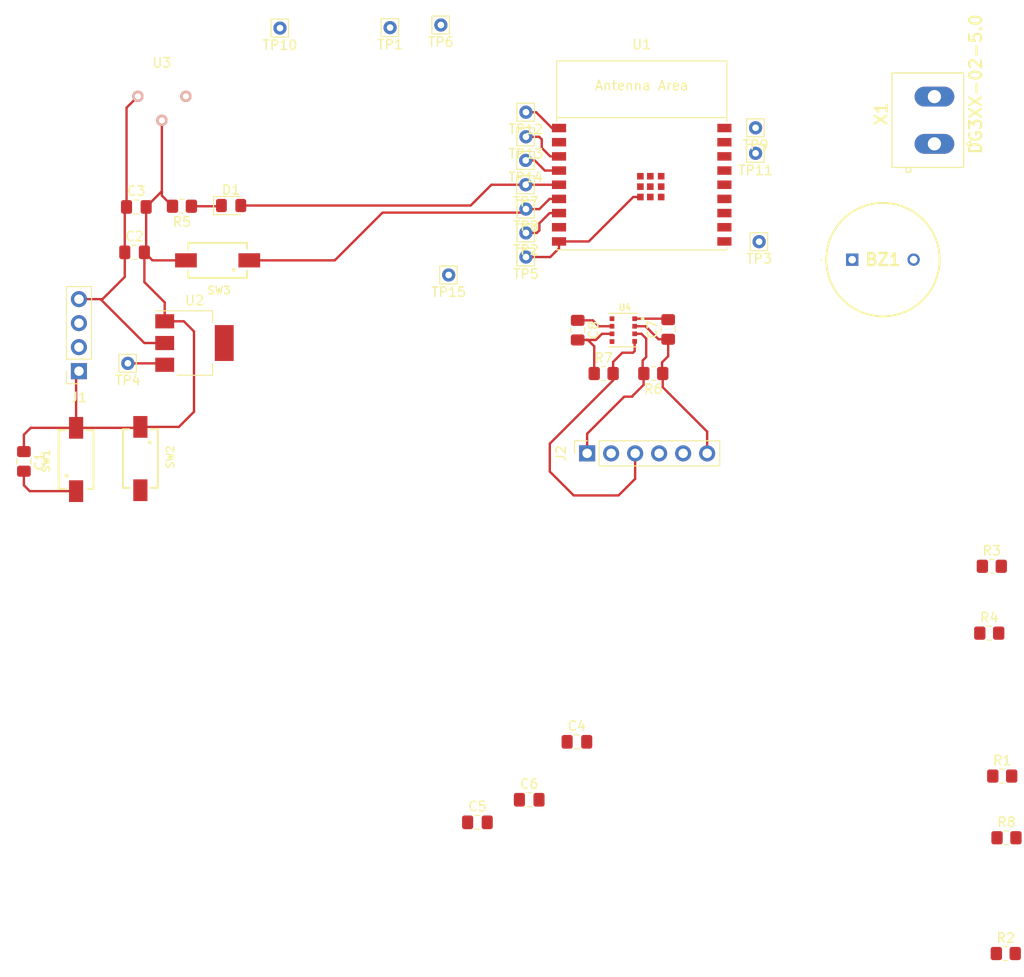
<source format=kicad_pcb>
(kicad_pcb (version 20211014) (generator pcbnew)
  (layers (0 "F.Cu" signal) (31 "B.Cu" signal) (34 "B.Paste" user) (35 "F.Paste" user) (36 "B.SilkS" user "B.Silkscreen") (37 "F.SilkS" user "F.Silkscreen") (38 "B.Mask" user) (39 "F.Mask" user) (44 "Edge.Cuts" user))
  (net 0 "")
  (net 1 "buzzer+")
  (net 2 "GND")
  (net 3 "Net-(C1-Pad2)")
  (net 4 "3.3")
  (net 5 "+ suply ")
  (net 6 "test button")
  (net 7 "Net-(D1-Pad1)")
  (net 8 "test led")
  (net 9 "TX")
  (net 10 "RX")
  (net 11 "SDA")
  (net 13 "SCL")
  (net 15 "batterij level")
  (net 16 "INT PIR")
  (net 17 "Net-(SW2-Pad2)")
  (net 18 "Net-(TP2-Pad1)")
  (net 19 "Net-(TP3-Pad1)")
  (footprint "Connector_Pin:Pin_D0.7mm_L6.5mm_W1.8mm_FlatFork" (layer "F.Cu") (at 141.275 75.825)
    (fp_text reference "TP5" (at 0 1.8) (layer "F.SilkS"))
    (fp_text value "TestPoint")
    (fp_line (start -0.95 0.95) (end 0.9 0.95) (layer "F.SilkS") (width 0.12))
    (fp_line (start 0.9 -0.95) (end -0.95 -0.95) (layer "F.SilkS") (width 0.12))
    (fp_line (start 0.9 -0.9) (end 0.9 -0.95) (layer "F.SilkS") (width 0.12))
    (fp_line (start -0.95 -0.95) (end -0.95 0.95) (layer "F.SilkS") (width 0.12))
    (fp_line (start 0.9 0.95) (end 0.9 -0.9) (layer "F.SilkS") (width 0.12))
    (pad "1" thru_hole circle (at 0 0) (size 1.4 1.4) (drill 0.7) (layers *.Cu *.Mask) (net 2 "GND"))
  )
  (footprint "Connector_Pin:Pin_D0.7mm_L6.5mm_W1.8mm_FlatFork" (layer "F.Cu") (at 141.275 63.1)
    (fp_text reference "TP13" (at 0 1.8) (layer "F.SilkS"))
    (fp_text value "TestPoint")
    (fp_line (start 0.9 -0.9) (end 0.9 -0.95) (layer "F.SilkS") (width 0.12))
    (fp_line (start 0.9 -0.95) (end -0.95 -0.95) (layer "F.SilkS") (width 0.12))
    (fp_line (start -0.95 -0.95) (end -0.95 0.95) (layer "F.SilkS") (width 0.12))
    (fp_line (start 0.9 0.95) (end 0.9 -0.9) (layer "F.SilkS") (width 0.12))
    (fp_line (start -0.95 0.95) (end 0.9 0.95) (layer "F.SilkS") (width 0.12))
    (pad "1" thru_hole circle (at 0 0) (size 1.4 1.4) (drill 0.7) (layers *.Cu *.Mask) (net 1 "buzzer+"))
  )
  (footprint "esp:ESP32-C3-WROOM-02" (layer "F.Cu") (at 153.525 66.325)
    (fp_text reference "U1" (at 0 -13) (layer "F.SilkS"))
    (fp_text value "ESP32-C3-WROOM-02")
    (fp_text user "Antenna Area" (at 0 -8.65) (layer "F.SilkS"))
    (fp_line (start 9 -11.25) (end 9 -4.75) (layer "F.SilkS") (width 0.12))
    (fp_line (start 9 8.75) (end -9 8.75) (layer "F.SilkS") (width 0.12))
    (fp_line (start 9 -5.25) (end -8.95 -5.25) (layer "F.SilkS") (width 0.12))
    (fp_line (start -9 8.75) (end -9 8.5) (layer "F.SilkS") (width 0.12))
    (fp_line (start -9 -11.25) (end 9 -11.25) (layer "F.SilkS") (width 0.12))
    (fp_line (start 9 8.5) (end 9 8.75) (layer "F.SilkS") (width 0.12))
    (fp_line (start -9 -11.25) (end -9 -4.75) (layer "F.SilkS") (width 0.12))
    (pad "1" smd rect locked (at -8.75 -4.15) (size 1.5 0.9) (layers "F.Cu" "F.Paste" "F.Mask") (net 4 "3.3"))
    (pad "2" smd rect locked (at -8.75 -2.65) (size 1.5 0.9) (layers "F.Cu" "F.Paste" "F.Mask") (net 3 "Net-(C1-Pad2)"))
    (pad "3" smd rect locked (at -8.75 -1.15) (size 1.5 0.9) (layers "F.Cu" "F.Paste" "F.Mask") (net 1 "buzzer+"))
    (pad "4" smd rect locked (at -8.75 0.35) (size 1.5 0.9) (layers "F.Cu" "F.Paste" "F.Mask") (net 16 "INT PIR"))
    (pad "5" smd rect locked (at -8.75 1.85) (size 1.5 0.9) (layers "F.Cu" "F.Paste" "F.Mask") (net 8 "test led"))
    (pad "6" smd rect locked (at -8.75 3.35) (size 1.5 0.9) (layers "F.Cu" "F.Paste" "F.Mask") (net 6 "test button"))
    (pad "7" smd rect locked (at -8.75 4.85) (size 1.5 0.9) (layers "F.Cu" "F.Paste" "F.Mask") (net 18 "Net-(TP2-Pad1)"))
    (pad "8" smd rect locked (at -8.75 6.35) (size 1.5 0.9) (layers "F.Cu" "F.Paste" "F.Mask") (net 17 "Net-(SW2-Pad2)"))
    (pad "9" smd rect locked (at -8.75 7.85) (size 1.5 0.9) (layers "F.Cu" "F.Paste" "F.Mask") (net 2 "GND"))
    (pad "10" smd rect locked (at 8.75 7.85 180) (size 1.5 0.9) (layers "F.Cu" "F.Paste" "F.Mask") (net 19 "Net-(TP3-Pad1)"))
    (pad "11" smd rect locked (at 8.75 6.35 180) (size 1.5 0.9) (layers "F.Cu" "F.Paste" "F.Mask") (net 10 "RX"))
    (pad "12" smd rect locked (at 8.75 4.85 180) (size 1.5 0.9) (layers "F.Cu" "F.Paste" "F.Mask") (net 9 "TX"))
    (pad "13" smd rect locked (at 8.75 3.35 180) (size 1.5 0.9) (layers "F.Cu" "F.Paste" "F.Mask"))
    (pad "14" smd rect locked (at 8.75 1.85 180) (size 1.5 0.9) (layers "F.Cu" "F.Paste" "F.Mask"))
    (pad "15" smd rect locked (at 8.75 0.35 180) (size 1.5 0.9) (layers "F.Cu" "F.Paste" "F.Mask") (net 15 "batterij level"))
    (pad "16" smd rect locked (at 8.75 -1.15 180) (size 1.5 0.9) (layers "F.Cu" "F.Paste" "F.Mask"))
    (pad "17" smd rect locked (at 8.75 -2.65 180) (size 1.5 0.9) (layers "F.Cu" "F.Paste" "F.Mask") (net 13 "SCL"))
    (pad "18" smd rect locked (at 8.75 -4.15 180) (size 1.5 0.9) (layers "F.Cu" "F.Paste" "F.Mask") (net 11 "SDA"))
    (pad "19" smd rect locked (at 0.91 3.15 180) (size 0.7 0.7) (layers "F.Cu" "F.Paste" "F.Mask") (net 2 "GND"))
    (pad "19" smd rect locked (at 0.91 0.95 180) (size 0.7 0.7) (layers "F.Cu" "F.Paste" "F.Mask") (net 2 "GND"))
    (pad "19" smd rect locked (at 2.06 3.15 180) (size 0.7 0.7) (layers "F.Cu" "F.Paste" "F.Mask") (net 2 "GND"))
    (pad "19" smd rect locked (at 2.06 2.05 180) (size 0.7 0.7) (layers "F.Cu" "F.Paste" "F.Mask") (net 2 "GND"))
    (pad "19" smd rect locked (at -0.14 3.15 180) (size 0.7 0.7) (layers "F.Cu" "F.Paste" "F.Mask") (net 2 "GND"))
    (pad "19" smd rect locked (at 0.91 2.05 180) (size 0.7 0.7) (layers "F.Cu" "F.Paste" "F.Mask") (net 2 "GND"))
    (pad "19" smd rect locked (at -0.14 2.05 180) (size 0.7 0.7) (layers "F.Cu" "F.Paste" "F.Mask") (net 2 "GND"))
    (pad "19" smd rect locked (at 2.06 0.95 180) (size 0.7 0.7) (layers "F.Cu" "F.Paste" "F.Mask") (net 2 "GND"))
    (pad "19" smd rect locked (at -0.14 0.95 180) (size 0.7 0.7) (layers "F.Cu" "F.Paste" "F.Mask") (net 2 "GND"))
  )
  (footprint "BME680:PSON80P300X300X100-8N" (layer "F.Cu") (at 151.58 83.55)
    (fp_text reference "U4" (at 0.176933 -2.400905) (layer "F.SilkS") (effects (font (size 0.640952 0.640952))))
    (fp_text value "BME680")
    (fp_line (start -1.53 1.77) (end 1.53 1.77) (layer "F.SilkS") (width 0.127))
    (fp_line (start 1.53 -1.77) (end -1.53 -1.77) (layer "F.SilkS") (width 0.127))
    (fp_circle (center 2.045 -1.2) (end 2.145 -1.2) (layer "F.SilkS") (width 0.2) (fill none))
    (pad "1" smd roundrect locked (at 1.2 -1.2) (size 0.5 0.5) (layers "F.Cu" "F.Paste" "F.Mask") (roundrect_rratio 0.06) (net 2 "GND"))
    (pad "2" smd roundrect locked (at 1.2 -0.4) (size 0.5 0.5) (layers "F.Cu" "F.Paste" "F.Mask") (roundrect_rratio 0.06) (net 4 "3.3"))
    (pad "3" smd roundrect locked (at 1.2 0.4) (size 0.5 0.5) (layers "F.Cu" "F.Paste" "F.Mask") (roundrect_rratio 0.06) (net 11 "SDA"))
    (pad "4" smd roundrect locked (at 1.2 1.2) (size 0.5 0.5) (layers "F.Cu" "F.Paste" "F.Mask") (roundrect_rratio 0.06) (net 13 "SCL"))
    (pad "5" smd roundrect locked (at -1.2 1.22) (size 0.5 0.5) (layers "F.Cu" "F.Paste" "F.Mask") (roundrect_rratio 0.06) (net 2 "GND"))
    (pad "6" smd roundrect locked (at -1.2 0.4) (size 0.5 0.5) (layers "F.Cu" "F.Paste" "F.Mask") (roundrect_rratio 0.06) (net 4 "3.3"))
    (pad "7" smd roundrect locked (at -1.2 -0.4) (size 0.5 0.5) (layers "F.Cu" "F.Paste" "F.Mask") (roundrect_rratio 0.06) (net 2 "GND"))
    (pad "8" smd roundrect locked (at -1.2 -1.2) (size 0.5 0.5) (layers "F.Cu" "F.Paste" "F.Mask") (roundrect_rratio 0.06) (net 4 "3.3"))
  )
  (footprint "Connector_Pin:Pin_D0.7mm_L6.5mm_W1.8mm_FlatFork" (layer "F.Cu") (at 141.25 68.175)
    (fp_text reference "TP7" (at 0 1.8) (layer "F.SilkS"))
    (fp_text value "TestPoint")
    (fp_line (start -0.95 -0.95) (end -0.95 0.95) (layer "F.SilkS") (width 0.12))
    (fp_line (start 0.9 -0.9) (end 0.9 -0.95) (layer "F.SilkS") (width 0.12))
    (fp_line (start 0.9 -0.95) (end -0.95 -0.95) (layer "F.SilkS") (width 0.12))
    (fp_line (start 0.9 0.95) (end 0.9 -0.9) (layer "F.SilkS") (width 0.12))
    (fp_line (start -0.95 0.95) (end 0.9 0.95) (layer "F.SilkS") (width 0.12))
    (pad "1" thru_hole circle (at 0 0) (size 1.4 1.4) (drill 0.7) (layers *.Cu *.Mask) (net 8 "test led"))
  )
  (footprint "Resistor_SMD:R_0805_2012Metric_Pad1.20x1.40mm_HandSolder" (layer "F.Cu") (at 149.5 88.15)
    (fp_text reference "R7" (at 0 -1.65) (layer "F.SilkS"))
    (fp_text value "4.7k")
    (fp_line (start -0.227064 -0.735) (end 0.227064 -0.735) (layer "F.SilkS") (width 0.12))
    (fp_line (start -0.227064 0.735) (end 0.227064 0.735) (layer "F.SilkS") (width 0.12))
    (pad "1" smd roundrect (at -1 0) (size 1.2 1.4) (layers "F.Cu" "F.Paste" "F.Mask") (roundrect_rratio 0.208333) (net 4 "3.3"))
    (pad "2" smd roundrect (at 1 0) (size 1.2 1.4) (layers "F.Cu" "F.Paste" "F.Mask") (roundrect_rratio 0.208333) (net 13 "SCL"))
  )
  (footprint "Capacitor_SMD:C_0805_2012Metric_Pad1.18x1.45mm_HandSolder" (layer "F.Cu") (at 99.8625 75.325)
    (fp_text reference "C2" (at 0 -1.68) (layer "F.SilkS"))
    (fp_text value "10u")
    (fp_line (start -0.261252 0.735) (end 0.261252 0.735) (layer "F.SilkS") (width 0.12))
    (fp_line (start -0.261252 -0.735) (end 0.261252 -0.735) (layer "F.SilkS") (width 0.12))
    (pad "1" smd roundrect (at -1.0375 0) (size 1.175 1.45) (layers "F.Cu" "F.Paste" "F.Mask") (roundrect_rratio 0.212766) (net 4 "3.3"))
    (pad "2" smd roundrect (at 1.0375 0) (size 1.175 1.45) (layers "F.Cu" "F.Paste" "F.Mask") (roundrect_rratio 0.212766) (net 2 "GND"))
  )
  (footprint "Capacitor_SMD:C_0805_2012Metric_Pad1.18x1.45mm_HandSolder" (layer "F.Cu") (at 156.325 83.4875 90)
    (fp_text reference "C7" (at 0 -1.68 90) (layer "F.SilkS"))
    (fp_text value "100n")
    (fp_line (start -0.261252 -0.735) (end 0.261252 -0.735) (layer "F.SilkS") (width 0.12))
    (fp_line (start -0.261252 0.735) (end 0.261252 0.735) (layer "F.SilkS") (width 0.12))
    (pad "1" smd roundrect (at -1.0375 0 90) (size 1.175 1.45) (layers "F.Cu" "F.Paste" "F.Mask") (roundrect_rratio 0.212766) (net 4 "3.3"))
    (pad "2" smd roundrect (at 1.0375 0 90) (size 1.175 1.45) (layers "F.Cu" "F.Paste" "F.Mask") (roundrect_rratio 0.212766) (net 2 "GND"))
  )
  (footprint "Connector_Pin:Pin_D0.7mm_L6.5mm_W1.8mm_FlatFork" (layer "F.Cu") (at 99.15 87.075)
    (fp_text reference "TP4" (at 0 1.8) (layer "F.SilkS"))
    (fp_text value "TestPoint")
    (fp_line (start 0.9 0.95) (end 0.9 -0.9) (layer "F.SilkS") (width 0.12))
    (fp_line (start -0.95 -0.95) (end -0.95 0.95) (layer "F.SilkS") (width 0.12))
    (fp_line (start 0.9 -0.95) (end -0.95 -0.95) (layer "F.SilkS") (width 0.12))
    (fp_line (start 0.9 -0.9) (end 0.9 -0.95) (layer "F.SilkS") (width 0.12))
    (fp_line (start -0.95 0.95) (end 0.9 0.95) (layer "F.SilkS") (width 0.12))
    (pad "1" thru_hole circle (at 0 0) (size 1.4 1.4) (drill 0.7) (layers *.Cu *.Mask) (net 5 "+ suply "))
  )
  (footprint "434111043826:434111043826" (layer "F.Cu") (at 108.65 76.175 180)
    (fp_text reference "SW3" (at -0.1556 -3.1769) (layer "F.SilkS") (effects (font (size 0.8 0.8))))
    (fp_text value "SW_Push")
    (fp_line (start -3.1 1.2) (end -3.1 1.85) (layer "F.SilkS") (width 0.2))
    (fp_line (start -3.1 -1.1) (end -3.1 -1.85) (layer "F.SilkS") (width 0.2))
    (fp_line (start -3.1 1.85) (end 3.1 1.85) (layer "F.SilkS") (width 0.2))
    (fp_line (start 3.1 -1.85) (end 3.1 -1.1) (layer "F.SilkS") (width 0.2))
    (fp_line (start -3.1 -1.85) (end 3.1 -1.85) (layer "F.SilkS") (width 0.2))
    (fp_line (start 3.1 1.85) (end 3.1 1.1) (layer "F.SilkS") (width 0.2))
    (fp_circle (center -1.7 -1) (end -1.6 -1) (layer "F.SilkS") (width 0.2) (fill none))
    (pad "1" smd rect locked (at -3.35 0 180) (size 2.3 1.5) (layers "F.Cu" "F.Paste" "F.Mask") (net 6 "test button"))
    (pad "2" smd rect locked (at 3.35 0 180) (size 2.3 1.5) (layers "F.Cu" "F.Paste" "F.Mask") (net 2 "GND"))
  )
  (footprint "Capacitor_SMD:C_0805_2012Metric_Pad1.18x1.45mm_HandSolder" (layer "F.Cu") (at 146.6704 127.124)
    (fp_text reference "C4" (at 0 -1.68) (layer "F.SilkS"))
    (fp_text value "10u")
    (fp_line (start -0.261252 -0.735) (end 0.261252 -0.735) (layer "F.SilkS") (width 0.12))
    (fp_line (start -0.261252 0.735) (end 0.261252 0.735) (layer "F.SilkS") (width 0.12))
    (pad "1" smd roundrect (at -1.0375 0) (size 1.175 1.45) (layers "F.Cu" "F.Paste" "F.Mask") (roundrect_rratio 0.212766) (net 2 "GND"))
    (pad "2" smd roundrect (at 1.0375 0) (size 1.175 1.45) (layers "F.Cu" "F.Paste" "F.Mask") (roundrect_rratio 0.212766) (net 5 "+ suply "))
  )
  (footprint "Capacitor_SMD:C_0805_2012Metric_Pad1.18x1.45mm_HandSolder" (layer "F.Cu") (at 100.05 70.525)
    (fp_text reference "C3" (at 0 -1.68) (layer "F.SilkS"))
    (fp_text value "0.1u")
    (fp_line (start -0.261252 0.735) (end 0.261252 0.735) (layer "F.SilkS") (width 0.12))
    (fp_line (start -0.261252 -0.735) (end 0.261252 -0.735) (layer "F.SilkS") (width 0.12))
    (pad "1" smd roundrect (at -1.0375 0) (size 1.175 1.45) (layers "F.Cu" "F.Paste" "F.Mask") (roundrect_rratio 0.212766) (net 4 "3.3"))
    (pad "2" smd roundrect (at 1.0375 0) (size 1.175 1.45) (layers "F.Cu" "F.Paste" "F.Mask") (roundrect_rratio 0.212766) (net 2 "GND"))
  )
  (footprint "434111043826:434111043826" (layer "F.Cu") (at 100.475 97.15 -90)
    (fp_text reference "SW2" (at -0.1556 -3.1769 90) (layer "F.SilkS") (effects (font (size 0.8 0.8))))
    (fp_text value "SW_Push")
    (fp_line (start -3.1 1.85) (end 3.1 1.85) (layer "F.SilkS") (width 0.2))
    (fp_line (start -3.1 1.2) (end -3.1 1.85) (layer "F.SilkS") (width 0.2))
    (fp_line (start -3.1 -1.1) (end -3.1 -1.85) (layer "F.SilkS") (width 0.2))
    (fp_line (start 3.1 -1.85) (end 3.1 -1.1) (layer "F.SilkS") (width 0.2))
    (fp_line (start -3.1 -1.85) (end 3.1 -1.85) (layer "F.SilkS") (width 0.2))
    (fp_line (start 3.1 1.85) (end 3.1 1.1) (layer "F.SilkS") (width 0.2))
    (fp_circle (center -1.7 -1) (end -1.6 -1) (layer "F.SilkS") (width 0.2) (fill none))
    (pad "1" smd rect locked (at -3.35 0 270) (size 2.3 1.5) (layers "F.Cu" "F.Paste" "F.Mask") (net 2 "GND"))
    (pad "2" smd rect locked (at 3.35 0 270) (size 2.3 1.5) (layers "F.Cu" "F.Paste" "F.Mask") (net 17 "Net-(SW2-Pad2)"))
  )
  (footprint "Resistor_SMD:R_0805_2012Metric_Pad1.20x1.40mm_HandSolder" (layer "F.Cu") (at 190.575 108.55)
    (fp_text reference "R3" (at 0 -1.65) (layer "F.SilkS"))
    (fp_text value "R")
    (fp_line (start -0.227064 0.735) (end 0.227064 0.735) (layer "F.SilkS") (width 0.12))
    (fp_line (start -0.227064 -0.735) (end 0.227064 -0.735) (layer "F.SilkS") (width 0.12))
    (pad "1" smd roundrect (at -1 0) (size 1.2 1.4) (layers "F.Cu" "F.Paste" "F.Mask") (roundrect_rratio 0.208333) (net 5 "+ suply "))
    (pad "2" smd roundrect (at 1 0) (size 1.2 1.4) (layers "F.Cu" "F.Paste" "F.Mask") (roundrect_rratio 0.208333) (net 15 "batterij level"))
  )
  (footprint "Connector_Pin:Pin_D0.7mm_L6.5mm_W1.8mm_FlatFork" (layer "F.Cu") (at 141.275 70.75)
    (fp_text reference "TP8" (at 0 1.8) (layer "F.SilkS"))
    (fp_text value "TestPoint")
    (fp_line (start -0.95 -0.95) (end -0.95 0.95) (layer "F.SilkS") (width 0.12))
    (fp_line (start 0.9 -0.95) (end -0.95 -0.95) (layer "F.SilkS") (width 0.12))
    (fp_line (start 0.9 -0.9) (end 0.9 -0.95) (layer "F.SilkS") (width 0.12))
    (fp_line (start 0.9 0.95) (end 0.9 -0.9) (layer "F.SilkS") (width 0.12))
    (fp_line (start -0.95 0.95) (end 0.9 0.95) (layer "F.SilkS") (width 0.12))
    (pad "1" thru_hole circle (at 0 0) (size 1.4 1.4) (drill 0.7) (layers *.Cu *.Mask) (net 6 "test button"))
  )
  (footprint "degson:degson-DG306-5.0-02P" (layer "F.Cu") (at 184.5 61.35 90)
    (fp_text reference "X1" (at 0.6731 -5.63372 90) (layer "F.SilkS") (effects (font (size 1.27 1.27) (thickness 0.2286))))
    (fp_text value "DG3XX-02-5.0" (at 3.81 4.36372 90) (layer "F.SilkS") (effects (font (size 1.27 1.27) (thickness 0.2286))))
    (fp_line (start -2.49428 3.35026) (end -2.17678 3.82524) (layer "F.SilkS") (width 0.127))
    (fp_line (start -5.4991 -2.49936) (end -5.4991 -2.99974) (layer "F.SilkS") (width 0.127))
    (fp_line (start -4.99872 -2.99974) (end -4.99872 -4.49834) (layer "F.SilkS") (width 0.127))
    (fp_line (start -2.17678 3.82524) (end -2.81178 3.82524) (layer "F.SilkS") (width 0.127))
    (fp_line (start -4.99872 -2.49936) (end -5.4991 -2.49936) (layer "F.SilkS") (width 0.127))
    (fp_line (start -4.99872 3.0988) (end -4.99872 -2.49936) (layer "F.SilkS") (width 0.127))
    (fp_line (start 4.99872 -4.49834) (end 4.99872 3.0988) (layer "F.SilkS") (width 0.127))
    (fp_line (start -2.81178 3.82524) (end -2.49428 3.35026) (layer "F.SilkS") (width 0.127))
    (fp_line (start -4.99872 -4.49834) (end 4.99872 -4.49834) (layer "F.SilkS") (width 0.127))
    (fp_line (start -4.99872 -2.49936) (end -4.99872 -2.99974) (layer "F.SilkS") (width 0.127))
    (fp_line (start -5.4991 -2.99974) (end -4.99872 -2.99974) (layer "F.SilkS") (width 0.127))
    (fp_line (start 4.99872 3.0988) (end -4.99872 3.0988) (layer "F.SilkS") (width 0.127))
    (pad "1" thru_hole oval (at -2.49936 0 270) (size 2.09804 4.19862) (drill 1.39954) (layers *.Cu *.Paste *.Mask) (net 5 "+ suply "))
    (pad "2" thru_hole oval (at 2.49936 0 270) (size 2.09804 4.19862) (drill 1.39954) (layers *.Cu *.Paste *.Mask) (net 15 "batterij level"))
  )
  (footprint "Connector_Pin:Pin_D0.7mm_L6.5mm_W1.8mm_FlatFork" (layer "F.Cu") (at 141.275 73.275)
    (fp_text reference "TP2" (at 0 1.8) (layer "F.SilkS"))
    (fp_text value "TestPoint")
    (fp_line (start -0.95 -0.95) (end -0.95 0.95) (layer "F.SilkS") (width 0.12))
    (fp_line (start 0.9 0.95) (end 0.9 -0.9) (layer "F.SilkS") (width 0.12))
    (fp_line (start 0.9 -0.9) (end 0.9 -0.95) (layer "F.SilkS") (width 0.12))
    (fp_line (start -0.95 0.95) (end 0.9 0.95) (layer "F.SilkS") (width 0.12))
    (fp_line (start 0.9 -0.95) (end -0.95 -0.95) (layer "F.SilkS") (width 0.12))
    (pad "1" thru_hole circle (at 0 0) (size 1.4 1.4) (drill 0.7) (layers *.Cu *.Mask) (net 18 "Net-(TP2-Pad1)"))
  )
  (footprint "Connector_PinSocket_2.54mm:PinSocket_1x04_P2.54mm_Vertical" (layer "F.Cu") (at 93.975 87.9 180)
    (fp_text reference "J1" (at 0 -2.77) (layer "F.SilkS"))
    (fp_text value "Conn_01x04_Female")
    (fp_line (start 1.33 1.27) (end 1.33 8.95) (layer "F.SilkS") (width 0.12))
    (fp_line (start 1.33 -1.33) (end 1.33 0) (layer "F.SilkS") (width 0.12))
    (fp_line (start -1.33 8.95) (end 1.33 8.95) (layer "F.SilkS") (width 0.12))
    (fp_line (start -1.33 1.27) (end 1.33 1.27) (layer "F.SilkS") (width 0.12))
    (fp_line (start -1.33 1.27) (end -1.33 8.95) (layer "F.SilkS") (width 0.12))
    (fp_line (start 0 -1.33) (end 1.33 -1.33) (layer "F.SilkS") (width 0.12))
    (pad "1" thru_hole rect (at 0 0 180) (size 1.7 1.7) (drill 1) (layers *.Cu *.Mask) (net 2 "GND"))
    (pad "2" thru_hole oval (at 0 2.54 180) (size 1.7 1.7) (drill 1) (layers *.Cu *.Mask) (net 9 "TX"))
    (pad "3" thru_hole oval (at 0 5.08 180) (size 1.7 1.7) (drill 1) (layers *.Cu *.Mask) (net 10 "RX"))
    (pad "4" thru_hole oval (at 0 7.62 180) (size 1.7 1.7) (drill 1) (layers *.Cu *.Mask) (net 4 "3.3"))
  )
  (footprint "Connector_Pin:Pin_D0.7mm_L6.5mm_W1.8mm_FlatFork" (layer "F.Cu") (at 165.95 74.2)
    (fp_text reference "TP3" (at 0 1.8) (layer "F.SilkS"))
    (fp_text value "TestPoint")
    (fp_line (start 0.9 -0.95) (end -0.95 -0.95) (layer "F.SilkS") (width 0.12))
    (fp_line (start 0.9 -0.9) (end 0.9 -0.95) (layer "F.SilkS") (width 0.12))
    (fp_line (start -0.95 -0.95) (end -0.95 0.95) (layer "F.SilkS") (width 0.12))
    (fp_line (start -0.95 0.95) (end 0.9 0.95) (layer "F.SilkS") (width 0.12))
    (fp_line (start 0.9 0.95) (end 0.9 -0.9) (layer "F.SilkS") (width 0.12))
    (pad "1" thru_hole circle (at 0 0) (size 1.4 1.4) (drill 0.7) (layers *.Cu *.Mask) (net 19 "Net-(TP3-Pad1)"))
  )
  (footprint "LED_SMD:LED_0805_2012Metric_Pad1.15x1.40mm_HandSolder" (layer "F.Cu") (at 110.075 70.375)
    (fp_text reference "D1" (at 0 -1.65) (layer "F.SilkS"))
    (fp_text value "LED")
    (fp_line (start 1 -0.96) (end -1.86 -0.96) (layer "F.SilkS") (width 0.12))
    (fp_line (start -1.86 0.96) (end 1 0.96) (layer "F.SilkS") (width 0.12))
    (fp_line (start -1.86 -0.96) (end -1.86 0.96) (layer "F.SilkS") (width 0.12))
    (pad "1" smd roundrect (at -1.025 0) (size 1.15 1.4) (layers "F.Cu" "F.Paste" "F.Mask") (roundrect_rratio 0.217391) (net 7 "Net-(D1-Pad1)"))
    (pad "2" smd roundrect (at 1.025 0) (size 1.15 1.4) (layers "F.Cu" "F.Paste" "F.Mask") (roundrect_rratio 0.217391) (net 8 "test led"))
  )
  (footprint "Connector_Pin:Pin_D0.7mm_L6.5mm_W1.8mm_FlatFork" (layer "F.Cu") (at 115.25 51.6)
    (fp_text reference "TP10" (at 0 1.8) (layer "F.SilkS"))
    (fp_text value "TestPoint")
    (fp_line (start 0.9 -0.95) (end -0.95 -0.95) (layer "F.SilkS") (width 0.12))
    (fp_line (start -0.95 -0.95) (end -0.95 0.95) (layer "F.SilkS") (width 0.12))
    (fp_line (start 0.9 -0.9) (end 0.9 -0.95) (layer "F.SilkS") (width 0.12))
    (fp_line (start 0.9 0.95) (end 0.9 -0.9) (layer "F.SilkS") (width 0.12))
    (fp_line (start -0.95 0.95) (end 0.9 0.95) (layer "F.SilkS") (width 0.12))
    (pad "1" thru_hole circle (at 0 0) (size 1.4 1.4) (drill 0.7) (layers *.Cu *.Mask) (net 4 "3.3"))
  )
  (footprint "SamacSys_Parts:AX1203DLF" (layer "F.Cu") (at 175.8 76.1)
    (fp_text reference "BZ1" (at 3.25 0) (layer "F.SilkS") (effects (font (size 1.27 1.27) (thickness 0.254))))
    (fp_text value "Buzzer" hide)
    (fp_line (start -3.2 0) (end -3.2 0) (layer "F.SilkS") (width 0.1))
    (fp_line (start -2.75 0) (end -2.75 0) (layer "F.SilkS") (width 0.2))
    (fp_line (start -3.3 0) (end -3.3 0) (layer "F.SilkS") (width 0.1))
    (fp_line (start 9.25 0) (end 9.25 0) (layer "F.SilkS") (width 0.2))
    (fp_arc (start -2.75 0) (mid 3.25 -6) (end 9.25 0) (layer "F.SilkS") (width 0.2))
    (fp_arc (start -3.2 0) (mid -3.25 0.05) (end -3.3 0) (layer "F.SilkS") (width 0.1))
    (fp_arc (start -3.3 0) (mid -3.25 -0.05) (end -3.2 0) (layer "F.SilkS") (width 0.1))
    (fp_arc (start 9.25 0) (mid 3.25 6) (end -2.75 0) (layer "F.SilkS") (width 0.2))
    (pad "1" thru_hole rect locked (at 0 0) (size 1.3 1.3) (drill 0.8) (layers *.Cu *.Mask) (net 1 "buzzer+"))
    (pad "2" thru_hole circle locked (at 6.5 0) (size 1.3 1.3) (drill 0.8) (layers *.Cu *.Mask) (net 2 "GND"))
  )
  (footprint "434111043826:434111043826" (layer "F.Cu") (at 93.675 97.25 90)
    (fp_text reference "SW1" (at -0.1556 -3.1769 90) (layer "F.SilkS") (effects (font (size 0.8 0.8))))
    (fp_text value "SW_Push")
    (fp_line (start -3.1 1.2) (end -3.1 1.85) (layer "F.SilkS") (width 0.2))
    (fp_line (start 3.1 1.85) (end 3.1 1.1) (layer "F.SilkS") (width 0.2))
    (fp_line (start -3.1 1.85) (end 3.1 1.85) (layer "F.SilkS") (width 0.2))
    (fp_line (start 3.1 -1.85) (end 3.1 -1.1) (layer "F.SilkS") (width 0.2))
    (fp_line (start -3.1 -1.1) (end -3.1 -1.85) (layer "F.SilkS") (width 0.2))
    (fp_line (start -3.1 -1.85) (end 3.1 -1.85) (layer "F.SilkS") (width 0.2))
    (fp_circle (center -1.7 -1) (end -1.6 -1) (layer "F.SilkS") (width 0.2) (fill none))
    (pad "1" smd rect locked (at -3.35 0 90) (size 2.3 1.5) (layers "F.Cu" "F.Paste" "F.Mask") (net 3 "Net-(C1-Pad2)"))
    (pad "2" smd rect locked (at 3.35 0 90) (size 2.3 1.5) (layers "F.Cu" "F.Paste" "F.Mask") (net 2 "GND"))
  )
  (footprint "Connector_PinSocket_2.54mm:PinSocket_1x06_P2.54mm_Vertical" (layer "F.Cu") (at 147.75 96.6 90)
    (fp_text reference "J2" (at 0 -2.77 90) (layer "F.SilkS"))
    (fp_text value "Conn_01x06_Female")
    (fp_line (start -1.33 1.27) (end 1.33 1.27) (layer "F.SilkS") (width 0.12))
    (fp_line (start 0 -1.33) (end 1.33 -1.33) (layer "F.SilkS") (width 0.12))
    (fp_line (start 1.33 1.27) (end 1.33 14.03) (layer "F.SilkS") (width 0.12))
    (fp_line (start -1.33 14.03) (end 1.33 14.03) (layer "F.SilkS") (width 0.12))
    (fp_line (start -1.33 1.27) (end -1.33 14.03) (layer "F.SilkS") (width 0.12))
    (fp_line (start 1.33 -1.33) (end 1.33 0) (layer "F.SilkS") (width 0.12))
    (pad "1" thru_hole rect (at 0 0 90) (size 1.7 1.7) (drill 1) (layers *.Cu *.Mask) (net 11 "SDA"))
    (pad "2" thru_hole oval (at 0 2.54 90) (size 1.7 1.7) (drill 1) (layers *.Cu *.Mask))
    (pad "3" thru_hole oval (at 0 5.08 90) (size 1.7 1.7) (drill 1) (layers *.Cu *.Mask) (net 13 "SCL"))
    (pad "4" thru_hole oval (at 0 7.62 90) (size 1.7 1.7) (drill 1) (layers *.Cu *.Mask) (net 2 "GND"))
    (pad "5" thru_hole oval (at 0 10.16 90) (size 1.7 1.7) (drill 1) (layers *.Cu *.Mask))
    (pad "6" thru_hole oval (at 0 12.7 90) (size 1.7 1.7) (drill 1) (layers *.Cu *.Mask) (net 4 "3.3"))
  )
  (footprint "Connector_Pin:Pin_D0.7mm_L6.5mm_W1.8mm_FlatFork" (layer "F.Cu") (at 165.575 62.15)
    (fp_text reference "TP9" (at 0 1.8) (layer "F.SilkS"))
    (fp_text value "TestPoint")
    (fp_line (start -0.95 -0.95) (end -0.95 0.95) (layer "F.SilkS") (width 0.12))
    (fp_line (start 0.9 -0.9) (end 0.9 -0.95) (layer "F.SilkS") (width 0.12))
    (fp_line (start 0.9 0.95) (end 0.9 -0.9) (layer "F.SilkS") (width 0.12))
    (fp_line (start 0.9 -0.95) (end -0.95 -0.95) (layer "F.SilkS") (width 0.12))
    (fp_line (start -0.95 0.95) (end 0.9 0.95) (layer "F.SilkS") (width 0.12))
    (pad "1" thru_hole circle (at 0 0) (size 1.4 1.4) (drill 0.7) (layers *.Cu *.Mask) (net 11 "SDA"))
  )
  (footprint "Package_TO_SOT_SMD:SOT-223-3_TabPin2" (layer "F.Cu") (at 106.2 84.925)
    (fp_text reference "U2" (at 0 -4.5) (layer "F.SilkS"))
    (fp_text value "NCP1117-3.3_SOT223")
    (fp_line (start 1.91 3.41) (end 1.91 2.15) (layer "F.SilkS") (width 0.12))
    (fp_line (start -1.85 3.41) (end 1.91 3.41) (layer "F.SilkS") (width 0.12))
    (fp_line (start -4.1 -3.41) (end 1.91 -3.41) (layer "F.SilkS") (width 0.12))
    (fp_line (start 1.91 -3.41) (end 1.91 -2.15) (layer "F.SilkS") (width 0.12))
    (pad "1" smd rect (at -3.15 -2.3) (size 2 1.5) (layers "F.Cu" "F.Paste" "F.Mask") (net 2 "GND"))
    (pad "2" smd rect (at -3.15 0) (size 2 1.5) (layers "F.Cu" "F.Paste" "F.Mask") (net 4 "3.3"))
    (pad "2" smd rect (at 3.15 0) (size 2 3.8) (layers "F.Cu" "F.Paste" "F.Mask") (net 4 "3.3"))
    (pad "3" smd rect (at -3.15 2.3) (size 2 1.5) (layers "F.Cu" "F.Paste" "F.Mask") (net 5 "+ suply "))
  )
  (footprint "Library:EKMB1305112K" (layer "F.Cu") (at 102.75 58.825)
    (fp_text reference "U3" (at 0 -3.556 unlocked) (layer "F.SilkS"))
    (fp_text value "EKMB1305112K")
    (pad "1" thru_hole circle (at -2.54 0) (size 1.2 1.2) (drill 0.65) (layers *.Cu *.Mask "B.SilkS") (net 4 "3.3"))
    (pad "2" thru_hole circle (at 0 2.54) (size 1.2 1.2) (drill 0.65) (layers *.Cu *.Mask "B.SilkS") (net 2 "GND"))
    (pad "3" thru_hole circle (at 2.54 0) (size 1.2 1.2) (drill 0.65) (layers *.Cu *.Mask "B.SilkS") (net 16 "INT PIR"))
  )
  (footprint "Resistor_SMD:R_0805_2012Metric_Pad1.20x1.40mm_HandSolder" (layer "F.Cu") (at 104.875 70.45 180)
    (fp_text reference "R5" (at 0 -1.65) (layer "F.SilkS"))
    (fp_text value "R")
    (fp_line (start -0.227064 0.735) (end 0.227064 0.735) (layer "F.SilkS") (width 0.12))
    (fp_line (start -0.227064 -0.735) (end 0.227064 -0.735) (layer "F.SilkS") (width 0.12))
    (pad "1" smd roundrect (at -1 0 180) (size 1.2 1.4) (layers "F.Cu" "F.Paste" "F.Mask") (roundrect_rratio 0.208333) (net 7 "Net-(D1-Pad1)"))
    (pad "2" smd roundrect (at 1 0 180) (size 1.2 1.4) (layers "F.Cu" "F.Paste" "F.Mask") (roundrect_rratio 0.208333) (net 2 "GND"))
  )
  (footprint "Connector_Pin:Pin_D0.7mm_L6.5mm_W1.8mm_FlatFork" (layer "F.Cu") (at 132.275 51.275)
    (fp_text reference "TP6" (at 0 1.8) (layer "F.SilkS"))
    (fp_text value "TestPoint")
    (fp_line (start 0.9 -0.9) (end 0.9 -0.95) (layer "F.SilkS") (width 0.12))
    (fp_line (start -0.95 0.95) (end 0.9 0.95) (layer "F.SilkS") (width 0.12))
    (fp_line (start 0.9 -0.95) (end -0.95 -0.95) (layer "F.SilkS") (width 0.12))
    (fp_line (start -0.95 -0.95) (end -0.95 0.95) (layer "F.SilkS") (width 0.12))
    (fp_line (start 0.9 0.95) (end 0.9 -0.9) (layer "F.SilkS") (width 0.12))
    (pad "1" thru_hole circle (at 0 0) (size 1.4 1.4) (drill 0.7) (layers *.Cu *.Mask) (net 4 "3.3"))
  )
  (footprint "Capacitor_SMD:C_0805_2012Metric_Pad1.18x1.45mm_HandSolder" (layer "F.Cu") (at 88.15 97.45 -90)
    (fp_text reference "C1" (at 0 -1.68 90) (layer "F.SilkS"))
    (fp_text value "0.1u")
    (fp_line (start -0.261252 0.735) (end 0.261252 0.735) (layer "F.SilkS") (width 0.12))
    (fp_line (start -0.261252 -0.735) (end 0.261252 -0.735) (layer "F.SilkS") (width 0.12))
    (pad "1" smd roundrect (at -1.0375 0 270) (size 1.175 1.45) (layers "F.Cu" "F.Paste" "F.Mask") (roundrect_rratio 0.212766) (net 2 "GND"))
    (pad "2" smd roundrect (at 1.0375 0 270) (size 1.175 1.45) (layers "F.Cu" "F.Paste" "F.Mask") (roundrect_rratio 0.212766) (net 3 "Net-(C1-Pad2)"))
  )
  (footprint "Connector_Pin:Pin_D0.7mm_L6.5mm_W1.8mm_FlatFork" (layer "F.Cu") (at 141.275 60.5)
    (fp_text reference "TP12" (at 0 1.8) (layer "F.SilkS"))
    (fp_text value "TestPoint")
    (fp_line (start 0.9 0.95) (end 0.9 -0.9) (layer "F.SilkS") (width 0.12))
    (fp_line (start 0.9 -0.95) (end -0.95 -0.95) (layer "F.SilkS") (width 0.12))
    (fp_line (start -0.95 0.95) (end 0.9 0.95) (layer "F.SilkS") (width 0.12))
    (fp_line (start -0.95 -0.95) (end -0.95 0.95) (layer "F.SilkS") (width 0.12))
    (fp_line (start 0.9 -0.9) (end 0.9 -0.95) (layer "F.SilkS") (width 0.12))
    (pad "1" thru_hole circle (at 0 0) (size 1.4 1.4) (drill 0.7) (layers *.Cu *.Mask) (net 4 "3.3"))
  )
  (footprint "Capacitor_SMD:C_0805_2012Metric_Pad1.18x1.45mm_HandSolder" (layer "F.Cu") (at 141.6204 133.254)
    (fp_text reference "C6" (at 0 -1.68) (layer "F.SilkS"))
    (fp_text value "0.1u")
    (fp_line (start -0.261252 -0.735) (end 0.261252 -0.735) (layer "F.SilkS") (width 0.12))
    (fp_line (start -0.261252 0.735) (end 0.261252 0.735) (layer "F.SilkS") (width 0.12))
    (pad "1" smd roundrect (at -1.0375 0) (size 1.175 1.45) (layers "F.Cu" "F.Paste" "F.Mask") (roundrect_rratio 0.212766) (net 2 "GND"))
    (pad "2" smd roundrect (at 1.0375 0) (size 1.175 1.45) (layers "F.Cu" "F.Paste" "F.Mask") (roundrect_rratio 0.212766) (net 6 "test button"))
  )
  (footprint "Resistor_SMD:R_0805_2012Metric_Pad1.20x1.40mm_HandSolder" (layer "F.Cu") (at 192.125 137.275)
    (fp_text reference "R8" (at 0 -1.65) (layer "F.SilkS"))
    (fp_text value "10k")
    (fp_line (start -0.227064 -0.735) (end 0.227064 -0.735) (layer "F.SilkS") (width 0.12))
    (fp_line (start -0.227064 0.735) (end 0.227064 0.735) (layer "F.SilkS") (width 0.12))
    (pad "1" smd roundrect (at -1 0) (size 1.2 1.4) (layers "F.Cu" "F.Paste" "F.Mask") (roundrect_rratio 0.208333) (net 16 "INT PIR"))
    (pad "2" smd roundrect (at 1 0) (size 1.2 1.4) (layers "F.Cu" "F.Paste" "F.Mask") (roundrect_rratio 0.208333) (net 2 "GND"))
  )
  (footprint "Resistor_SMD:R_0805_2012Metric_Pad1.20x1.40mm_HandSolder" (layer "F.Cu") (at 154.75 88.15 180)
    (fp_text reference "R6" (at 0 -1.65) (layer "F.SilkS"))
    (fp_text value "4.7k")
    (fp_line (start -0.227064 0.735) (end 0.227064 0.735) (layer "F.SilkS") (width 0.12))
    (fp_line (start -0.227064 -0.735) (end 0.227064 -0.735) (layer "F.SilkS") (width 0.12))
    (pad "1" smd roundrect (at -1 0 180) (size 1.2 1.4) (layers "F.Cu" "F.Paste" "F.Mask") (roundrect_rratio 0.208333) (net 4 "3.3"))
    (pad "2" smd roundrect (at 1 0 180) (size 1.2 1.4) (layers "F.Cu" "F.Paste" "F.Mask") (roundrect_rratio 0.208333) (net 11 "SDA"))
  )
  (footprint "Resistor_SMD:R_0805_2012Metric_Pad1.20x1.40mm_HandSolder" (layer "F.Cu") (at 190.3 115.625)
    (fp_text reference "R4" (at 0 -1.65) (layer "F.SilkS"))
    (fp_text value "R")
    (fp_line (start -0.227064 0.735) (end 0.227064 0.735) (layer "F.SilkS") (width 0.12))
    (fp_line (start -0.227064 -0.735) (end 0.227064 -0.735) (layer "F.SilkS") (width 0.12))
    (pad "1" smd roundrect (at -1 0) (size 1.2 1.4) (layers "F.Cu" "F.Paste" "F.Mask") (roundrect_rratio 0.208333) (net 15 "batterij level"))
    (pad "2" smd roundrect (at 1 0) (size 1.2 1.4) (layers "F.Cu" "F.Paste" "F.Mask") (roundrect_rratio 0.208333) (net 2 "GND"))
  )
  (footprint "Connector_Pin:Pin_D0.7mm_L6.5mm_W1.8mm_FlatFork" (layer "F.Cu") (at 141.25 65.6)
    (fp_text reference "TP14" (at 0 1.8) (layer "F.SilkS"))
    (fp_text value "TestPoint")
    (fp_line (start 0.9 0.95) (end 0.9 -0.9) (layer "F.SilkS") (width 0.12))
    (fp_line (start -0.95 -0.95) (end -0.95 0.95) (layer "F.SilkS") (width 0.12))
    (fp_line (start 0.9 -0.9) (end 0.9 -0.95) (layer "F.SilkS") (width 0.12))
    (fp_line (start 0.9 -0.95) (end -0.95 -0.95) (layer "F.SilkS") (width 0.12))
    (fp_line (start -0.95 0.95) (end 0.9 0.95) (layer "F.SilkS") (width 0.12))
    (pad "1" thru_hole circle (at 0 0) (size 1.4 1.4) (drill 0.7) (layers *.Cu *.Mask) (net 16 "INT PIR"))
  )
  (footprint "Resistor_SMD:R_0805_2012Metric_Pad1.20x1.40mm_HandSolder" (layer "F.Cu") (at 191.675 130.75)
    (fp_text reference "R1" (at 0 -1.65) (layer "F.SilkS"))
    (fp_text value "10k")
    (fp_line (start -0.227064 0.735) (end 0.227064 0.735) (layer "F.SilkS") (width 0.12))
    (fp_line (start -0.227064 -0.735) (end 0.227064 -0.735) (layer "F.SilkS") (width 0.12))
    (pad "1" smd roundrect (at -1 0) (size 1.2 1.4) (layers "F.Cu" "F.Paste" "F.Mask") (roundrect_rratio 0.208333) (net 4 "3.3"))
    (pad "2" smd roundrect (at 1 0) (size 1.2 1.4) (layers "F.Cu" "F.Paste" "F.Mask") (roundrect_rratio 0.208333) (net 3 "Net-(C1-Pad2)"))
  )
  (footprint "Resistor_SMD:R_0805_2012Metric_Pad1.20x1.40mm_HandSolder" (layer "F.Cu") (at 192.05 149.525)
    (fp_text reference "R2" (at 0 -1.65) (layer "F.SilkS"))
    (fp_text value "4.7k")
    (fp_line (start -0.227064 -0.735) (end 0.227064 -0.735) (layer "F.SilkS") (width 0.12))
    (fp_line (start -0.227064 0.735) (end 0.227064 0.735) (layer "F.SilkS") (width 0.12))
    (pad "1" smd roundrect (at -1 0) (size 1.2 1.4) (layers "F.Cu" "F.Paste" "F.Mask") (roundrect_rratio 0.208333) (net 9 "TX"))
    (pad "2" smd roundrect (at 1 0) (size 1.2 1.4) (layers "F.Cu" "F.Paste" "F.Mask") (roundrect_rratio 0.208333) (net 4 "3.3"))
  )
  (footprint "Capacitor_SMD:C_0805_2012Metric_Pad1.18x1.45mm_HandSolder" (layer "F.Cu") (at 136.1404 135.644)
    (fp_text reference "C5" (at 0 -1.68) (layer "F.SilkS"))
    (fp_text value "10u")
    (fp_line (start -0.261252 -0.735) (end 0.261252 -0.735) (layer "F.SilkS") (width 0.12))
    (fp_line (start -0.261252 0.735) (end 0.261252 0.735) (layer "F.SilkS") (width 0.12))
    (pad "1" smd roundrect (at -1.0375 0) (size 1.175 1.45) (layers "F.Cu" "F.Paste" "F.Mask") (roundrect_rratio 0.212766) (net 2 "GND"))
    (pad "2" smd roundrect (at 1.0375 0) (size 1.175 1.45) (layers "F.Cu" "F.Paste" "F.Mask") (roundrect_rratio 0.212766) (net 4 "3.3"))
  )
  (footprint "Connector_Pin:Pin_D0.7mm_L6.5mm_W1.8mm_FlatFork" (layer "F.Cu") (at 165.575 64.85)
    (fp_text reference "TP11" (at 0 1.8) (layer "F.SilkS"))
    (fp_text value "TestPoint")
    (fp_line (start -0.95 -0.95) (end -0.95 0.95) (layer "F.SilkS") (width 0.12))
    (fp_line (start 0.9 0.95) (end 0.9 -0.9) (layer "F.SilkS") (width 0.12))
    (fp_line (start 0.9 -0.9) (end 0.9 -0.95) (layer "F.SilkS") (width 0.12))
    (fp_line (start -0.95 0.95) (end 0.9 0.95) (layer "F.SilkS") (width 0.12))
    (fp_line (start 0.9 -0.95) (end -0.95 -0.95) (layer "F.SilkS") (width 0.12))
    (pad "1" thru_hole circle (at 0 0) (size 1.4 1.4) (drill 0.7) (layers *.Cu *.Mask) (net 13 "SCL"))
  )
  (footprint "Capacitor_SMD:C_0805_2012Metric_Pad1.18x1.45mm_HandSolder" (layer "F.Cu") (at 146.75 83.5625 -90)
    (fp_text reference "C8" (at 0 -1.68 90) (layer "F.SilkS"))
    (fp_text value "100n")
    (fp_line (start -0.261252 0.735) (end 0.261252 0.735) (layer "F.SilkS") (width 0.12))
    (fp_line (start -0.261252 -0.735) (end 0.261252 -0.735) (layer "F.SilkS") (width 0.12))
    (pad "1" smd roundrect (at -1.0375 0 270) (size 1.175 1.45) (layers "F.Cu" "F.Paste" "F.Mask") (roundrect_rratio 0.212766) (net 2 "GND"))
    (pad "2" smd roundrect (at 1.0375 0 270) (size 1.175 1.45) (layers "F.Cu" "F.Paste" "F.Mask") (roundrect_rratio 0.212766) (net 4 "3.3"))
  )
  (footprint "Connector_Pin:Pin_D0.7mm_L6.5mm_W1.8mm_FlatFork" (layer "F.Cu") (at 133.1 77.725)
    (fp_text reference "TP15" (at 0 1.8) (layer "F.SilkS"))
    (fp_text value "TestPoint")
    (fp_line (start -0.95 -0.95) (end -0.95 0.95) (layer "F.SilkS") (width 0.12))
    (fp_line (start 0.9 -0.9) (end 0.9 -0.95) (layer "F.SilkS") (width 0.12))
    (fp_line (start 0.9 -0.95) (end -0.95 -0.95) (layer "F.SilkS") (width 0.12))
    (fp_line (start 0.9 0.95) (end 0.9 -0.9) (layer "F.SilkS") (width 0.12))
    (fp_line (start -0.95 0.95) (end 0.9 0.95) (layer "F.SilkS") (width 0.12))
    (pad "1" thru_hole circle (at 0 0) (size 1.4 1.4) (drill 0.7) (layers *.Cu *.Mask) (net 2 "GND"))
  )
  (footprint "Connector_Pin:Pin_D0.7mm_L6.5mm_W1.8mm_FlatFork" (layer "F.Cu") (at 126.9 51.55)
    (fp_text reference "TP1" (at 0 1.8) (layer "F.SilkS"))
    (fp_text value "TestPoint")
    (fp_line (start -0.95 -0.95) (end -0.95 0.95) (layer "F.SilkS") (width 0.12))
    (fp_line (start 0.9 -0.95) (end -0.95 -0.95) (layer "F.SilkS") (width 0.12))
    (fp_line (start -0.95 0.95) (end 0.9 0.95) (layer "F.SilkS") (width 0.12))
    (fp_line (start 0.9 0.95) (end 0.9 -0.9) (layer "F.SilkS") (width 0.12))
    (fp_line (start 0.9 -0.9) (end 0.9 -0.95) (layer "F.SilkS") (width 0.12))
    (pad "1" thru_hole circle (at 0 0) (size 1.4 1.4) (drill 0.7) (layers *.Cu *.Mask) (net 4 "3.3"))
  )
  (segment (start 143.85 65.175) (end 142.95 64.275) (width 0.25) (layer "F.Cu") (net 1))
  (segment (start 142.95 64.275) (end 142.95 63.375) (width 0.25) (layer "F.Cu") (net 1))
  (segment (start 144.775 65.175) (end 143.85 65.175) (width 0.25) (layer "F.Cu") (net 1))
  (segment (start 142.95 63.375) (end 142.675 63.1) (width 0.25) (layer "F.Cu") (net 1))
  (segment (start 142.675 63.1) (end 141.275 63.1) (width 0.25) (layer "F.Cu") (net 1))
  (segment (start 103.05 82.625) (end 105.075 82.625) (width 0.25) (layer "F.Cu") (net 2))
  (segment (start 100.9 75.325) (end 101.75 76.175) (width 0.25) (layer "F.Cu") (net 2))
  (segment (start 103.05 80.625) (end 103.05 82.625) (width 0.25) (layer "F.Cu") (net 2))
  (segment (start 102.75 69.325) (end 103.875 70.45) (width 0.25) (layer "F.Cu") (net 2))
  (segment (start 93.675 88.2) (end 93.975 87.9) (width 0.25) (layer "F.Cu") (net 2))
  (segment (start 93.675 93.9) (end 88.875 93.9) (width 0.25) (layer "F.Cu") (net 2))
  (segment (start 106.15 92.2) (end 104.55 93.8) (width 0.25) (layer "F.Cu") (net 2))
  (segment (start 105.075 82.625) (end 106.15 83.7) (width 0.25) (layer "F.Cu") (net 2))
  (segment (start 101.75 76.175) (end 105.3 76.175) (width 0.25) (layer "F.Cu") (net 2))
  (segment (start 88.875 93.9) (end 88.15 94.625) (width 0.25) (layer "F.Cu") (net 2))
  (segment (start 148.975 83.15) (end 150.38 83.15) (width 0.25) (layer "F.Cu") (net 2))
  (segment (start 147.925 74.175) (end 152.625 69.475) (width 0.25) (layer "F.Cu") (net 2))
  (segment (start 144.775 74.175) (end 144.775 74.9) (width 0.25) (layer "F.Cu") (net 2))
  (segment (start 152.625 69.475) (end 153.385 69.475) (width 0.25) (layer "F.Cu") (net 2))
  (segment (start 88.15 94.625) (end 88.15 96.4125) (width 0.25) (layer "F.Cu") (net 2))
  (segment (start 152.78 82.35) (end 156.225 82.35) (width 0.25) (layer "F.Cu") (net 2))
  (segment (start 144.775 74.9) (end 143.85 75.825) (width 0.25) (layer "F.Cu") (net 2))
  (segment (start 144.775 74.175) (end 147.925 74.175) (width 0.25) (layer "F.Cu") (net 2))
  (segment (start 104.55 93.8) (end 100.475 93.8) (width 0.25) (layer "F.Cu") (net 2))
  (segment (start 102.75 61.365) (end 102.75 68.8625) (width 0.25) (layer "F.Cu") (net 2))
  (segment (start 156.225 82.35) (end 156.325 82.45) (width 0.25) (layer "F.Cu") (net 2))
  (segment (start 101.0875 70.525) (end 101.0875 75.1375) (width 0.25) (layer "F.Cu") (net 2))
  (segment (start 102.75 68.8625) (end 102.75 69.325) (width 0.25) (layer "F.Cu") (net 2))
  (segment (start 100.9 75.325) (end 100.9 78.475) (width 0.25) (layer "F.Cu") (net 2))
  (segment (start 143.85 75.825) (end 141.275 75.825) (width 0.25) (layer "F.Cu") (net 2))
  (segment (start 100.375 93.9) (end 100.475 93.8) (width 0.25) (layer "F.Cu") (net 2))
  (segment (start 146.75 82.525) (end 148.35 82.525) (width 0.25) (layer "F.Cu") (net 2))
  (segment (start 100.9 78.475) (end 103.05 80.625) (width 0.25) (layer "F.Cu") (net 2))
  (segment (start 101.0875 75.1375) (end 100.9 75.325) (width 0.25) (layer "F.Cu") (net 2))
  (segment (start 93.675 93.9) (end 93.675 88.2) (width 0.25) (layer "F.Cu") (net 2))
  (segment (start 93.675 93.9) (end 100.375 93.9) (width 0.25) (layer "F.Cu") (net 2))
  (segment (start 102.75 68.8625) (end 101.0875 70.525) (width 0.25) (layer "F.Cu") (net 2))
  (segment (start 148.35 82.525) (end 148.975 83.15) (width 0.25) (layer "F.Cu") (net 2))
  (segment (start 106.15 83.7) (end 106.15 92.2) (width 0.25) (layer "F.Cu") (net 2))
  (segment (start 88.775 100.6) (end 88.15 99.975) (width 0.25) (layer "F.Cu") (net 3))
  (segment (start 93.675 100.6) (end 88.775 100.6) (width 0.25) (layer "F.Cu") (net 3))
  (segment (start 88.15 99.975) (end 88.15 98.4875) (width 0.25) (layer "F.Cu") (net 3))
  (segment (start 147.65 84.6) (end 148.675 84.6) (width 0.25) (layer "F.Cu") (net 4))
  (segment (start 146.75 84.6) (end 147.65 84.6) (width 0.25) (layer "F.Cu") (net 4))
  (segment (start 147.65 84.6) (end 147.825 84.6) (width 0.25) (layer "F.Cu") (net 4))
  (segment (start 155.675 86.975) (end 155.675 88.075) (width 0.25) (layer "F.Cu") (net 4))
  (segment (start 98.825 70.7125) (end 98.825 75.325) (width 0.25) (layer "F.Cu") (net 4))
  (segment (start 149.325 83.95) (end 150.38 83.95) (width 0.25) (layer "F.Cu") (net 4))
  (segment (start 148.5 85.275) (end 148.5 88.15) (width 0.25) (layer "F.Cu") (net 4))
  (segment (start 144.775 62.175) (end 144.025 62.175) (width 0.25) (layer "F.Cu") (net 4))
  (segment (start 160.45 96.6) (end 160.45 94.3) (width 0.25) (layer "F.Cu") (net 4))
  (segment (start 155.675 88.075) (end 155.75 88.15) (width 0.25) (layer "F.Cu") (net 4))
  (segment (start 98.825 75.325) (end 98.825 77.925) (width 0.25) (layer "F.Cu") (net 4))
  (segment (start 155.75 89.6) (end 155.75 88.15) (width 0.25) (layer "F.Cu") (net 4))
  (segment (start 100.9 84.925) (end 96.255 80.28) (width 0.25) (layer "F.Cu") (net 4))
  (segment (start 152.78 83.15) (end 153.925 83.15) (width 0.25) (layer "F.Cu") (net 4))
  (segment (start 98.825 77.925) (end 96.47 80.28) (width 0.25) (layer "F.Cu") (net 4))
  (segment (start 147.825 84.6) (end 148.5 85.275) (width 0.25) (layer "F.Cu") (net 4))
  (segment (start 99.0125 70.525) (end 98.825 70.7125) (width 0.25) (layer "F.Cu") (net 4))
  (segment (start 103.05 84.925) (end 100.9 84.925) (width 0.25) (layer "F.Cu") (net 4))
  (segment (start 142.35 60.5) (end 141.275 60.5) (width 0.25) (layer "F.Cu") (net 4))
  (segment (start 100.21 58.825) (end 99.0125 60.0225) (width 0.25) (layer "F.Cu") (net 4))
  (segment (start 99.0125 60.0225) (end 99.0125 70.525) (width 0.25) (layer "F.Cu") (net 4))
  (segment (start 148.675 84.6) (end 149.325 83.95) (width 0.25) (layer "F.Cu") (net 4))
  (segment (start 155.3 84.525) (end 156.325 84.525) (width 0.25) (layer "F.Cu") (net 4))
  (segment (start 156.325 86.325) (end 155.675 86.975) (width 0.25) (layer "F.Cu") (net 4))
  (segment (start 156.325 84.525) (end 156.325 86.325) (width 0.25) (layer "F.Cu") (net 4))
  (segment (start 96.47 80.28) (end 96.255 80.28) (width 0.25) (layer "F.Cu") (net 4))
  (segment (start 96.255 80.28) (end 93.975 80.28) (width 0.25) (layer "F.Cu") (net 4))
  (segment (start 153.925 83.15) (end 155.3 84.525) (width 0.25) (layer "F.Cu") (net 4))
  (segment (start 160.45 94.3) (end 155.75 89.6) (width 0.25) (layer "F.Cu") (net 4))
  (segment (start 144.025 62.175) (end 142.35 60.5) (width 0.25) (layer "F.Cu") (net 4))
  (segment (start 99.15 87.075) (end 102.9 87.075) (width 0.25) (layer "F.Cu") (net 5))
  (segment (start 102.9 87.075) (end 103.05 87.225) (width 0.25) (layer "F.Cu") (net 5))
  (segment (start 112 76.175) (end 121.05 76.175) (width 0.25) (layer "F.Cu") (net 6))
  (segment (start 142.7 70.75) (end 141.275 70.75) (width 0.25) (layer "F.Cu") (net 6))
  (segment (start 121.05 76.175) (end 126.1 71.125) (width 0.25) (layer "F.Cu") (net 6))
  (segment (start 144.775 69.675) (end 143.775 69.675) (width 0.25) (layer "F.Cu") (net 6))
  (segment (start 143.775 69.675) (end 142.7 70.75) (width 0.25) (layer "F.Cu") (net 6))
  (segment (start 140.9 71.125) (end 141.275 70.75) (width 0.25) (layer "F.Cu") (net 6))
  (segment (start 126.1 71.125) (end 140.9 71.125) (width 0.25) (layer "F.Cu") (net 6))
  (segment (start 105.875 70.45) (end 108.975 70.45) (width 0.25) (layer "F.Cu") (net 7))
  (segment (start 108.975 70.45) (end 109.05 70.375) (width 0.25) (layer "F.Cu") (net 7))
  (segment (start 135.425 70.375) (end 137.625 68.175) (width 0.25) (layer "F.Cu") (net 8))
  (segment (start 144.775 68.175) (end 141.25 68.175) (width 0.25) (layer "F.Cu") (net 8))
  (segment (start 111.1 70.375) (end 135.425 70.375) (width 0.25) (layer "F.Cu") (net 8))
  (segment (start 137.625 68.175) (end 141.25 68.175) (width 0.25) (layer "F.Cu") (net 8))
  (segment (start 147.75 94.525) (end 151.675 90.6) (width 0.25) (layer "F.Cu") (net 11))
  (segment (start 153.725 88.175) (end 153.75 88.15) (width 0.25) (layer "F.Cu") (net 11))
  (segment (start 147.75 96.6) (end 147.75 94.525) (width 0.25) (layer "F.Cu") (net 11))
  (segment (start 153.625 86.775) (end 153.625 88.025) (width 0.25) (layer "F.Cu") (net 11))
  (segment (start 152.525 90.6) (end 152.525 90.55) (width 0.25) (layer "F.Cu") (net 11))
  (segment (start 153.725 89.35) (end 153.725 88.175) (width 0.25) (layer "F.Cu") (net 11))
  (segment (start 153.5 83.95) (end 154 84.45) (width 0.25) (layer "F.Cu") (net 11))
  (segment (start 154 86.4) (end 153.625 86.775) (width 0.25) (layer "F.Cu") (net 11))
  (segment (start 152.525 90.55) (end 153.725 89.35) (width 0.25) (layer "F.Cu") (net 11))
  (segment (start 152.78 83.95) (end 153.5 83.95) (width 0.25) (layer "F.Cu") (net 11))
  (segment (start 151.675 90.6) (end 152.525 90.6) (width 0.25) (layer "F.Cu") (net 11))
  (segment (start 153.625 88.025) (end 153.75 88.15) (width 0.25) (layer "F.Cu") (net 11))
  (segment (start 154 84.45) (end 154 86.4) (width 0.25) (layer "F.Cu") (net 11))
  (segment (start 152.78 85.77) (end 152.78 84.75) (width 0.25) (layer "F.Cu") (net 13))
  (segment (start 150.5 86.925) (end 151.475 85.95) (width 0.25) (layer "F.Cu") (net 13))
  (segment (start 150.5 88.15) (end 150.5 86.925) (width 0.25) (layer "F.Cu") (net 13))
  (segment (start 150.5 88.875) (end 150.5 88.15) (width 0.25) (layer "F.Cu") (net 13))
  (segment (start 152.83 99.295) (end 151.075 101.05) (width 0.25) (layer "F.Cu") (net 13))
  (segment (start 152.83 96.6) (end 152.83 99.295) (width 0.25) (layer "F.Cu") (net 13))
  (segment (start 151.075 101.05) (end 146.325 101.05) (width 0.25) (layer "F.Cu") (net 13))
  (segment (start 143.8 98.525) (end 143.8 95.575) (width 0.25) (layer "F.Cu") (net 13))
  (segment (start 146.325 101.05) (end 143.8 98.525) (width 0.25) (layer "F.Cu") (net 13))
  (segment (start 151.475 85.95) (end 152.6 85.95) (width 0.25) (layer "F.Cu") (net 13))
  (segment (start 143.8 95.575) (end 150.5 88.875) (width 0.25) (layer "F.Cu") (net 13))
  (segment (start 152.6 85.95) (end 152.78 85.77) (width 0.25) (layer "F.Cu") (net 13))
  (segment (start 143.275 66.675) (end 142.2 65.6) (width 0.25) (layer "F.Cu") (net 16))
  (segment (start 144.775 66.675) (end 143.275 66.675) (width 0.25) (layer "F.Cu") (net 16))
  (segment (start 142.2 65.6) (end 141.25 65.6) (width 0.25) (layer "F.Cu") (net 16))
  (segment (start 142.7 72.25) (end 142.7 73) (width 0.25) (layer "F.Cu") (net 18))
  (segment (start 142.7 73) (end 142.425 73.275) (width 0.25) (layer "F.Cu") (net 18))
  (segment (start 144.775 71.175) (end 143.775 71.175) (width 0.25) (layer "F.Cu") (net 18))
  (segment (start 142.425 73.275) (end 141.275 73.275) (width 0.25) (layer "F.Cu") (net 18))
  (segment (start 143.775 71.175) (end 142.7 72.25) (width 0.25) (layer "F.Cu") (net 18))
)
</source>
